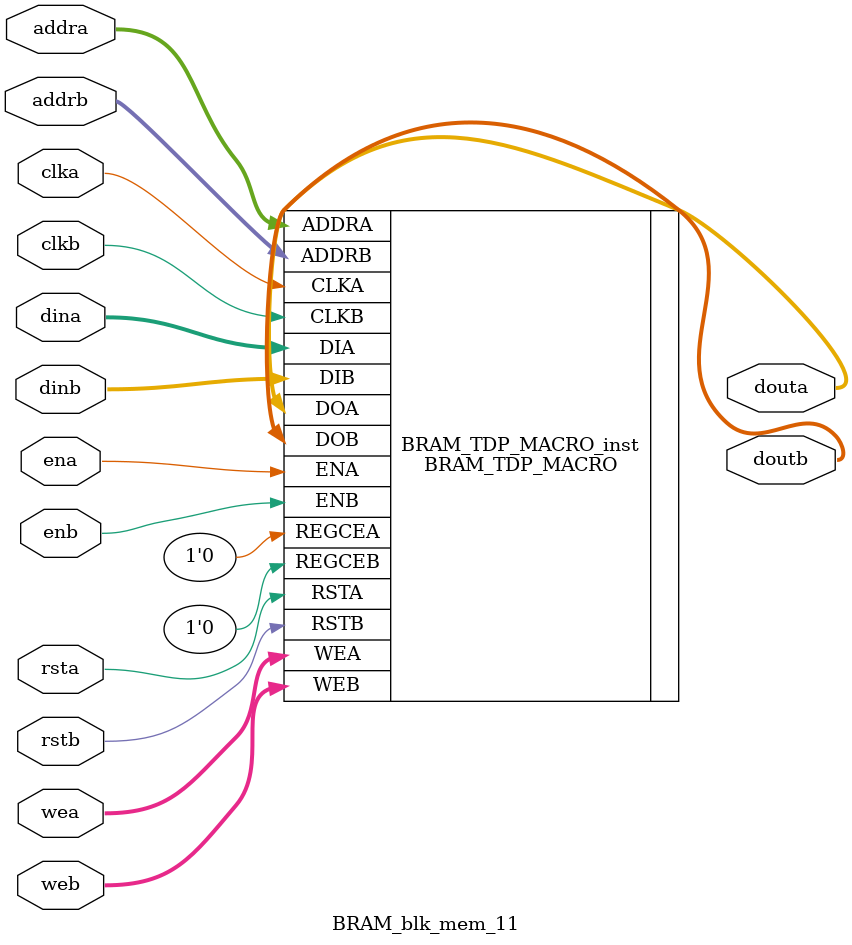
<source format=v>
`timescale 1ns/1ps

module BRAM_blk_mem_11 (
  clka,
  ena,
  wea,
  addra,
  dina,
  douta,
  rsta,
  clkb,
  enb,
  web,
  addrb,
  dinb,
  doutb,
  rstb
);


input wire clka;
input wire clkb;

input wire ena;
input wire enb;

input wire rsta;
input wire rstb;

input wire [3 : 0] wea;
input wire [3 : 0] web;

input wire [9 : 0] addra;
input wire [9 : 0] addrb;

input wire [31 : 0] dina;
input wire [31 : 0] dinb;

output wire [31 : 0] douta;
output wire [31 : 0] doutb;


// BRAM_TDP_MACRO : In order to incorporate this function into the design,
//   Verilog   : the following instance declaration needs to be placed
//  instance   : in the body of the design code.  The instance name
// declaration : (BRAM_TDP_MACRO_inst) and/or the port declarations within the
//    code     : parenthesis may be changed to properly reference and
//             : connect this function to the design.  All inputs
//             : and outputs must be connected.

//  <-----Cut code below this line---->

   // BRAM_TDP_MACRO: True Dual Port RAM
   //                 Virtex-7
   // Xilinx HDL Language Template, version 2016.4
   
   //////////////////////////////////////////////////////////////////////////
   // DATA_WIDTH_A/B | BRAM_SIZE | RAM Depth | ADDRA/B Width | WEA/B Width //
   // ===============|===========|===========|===============|=============//
   //     19-36      |  "36Kb"   |    1024   |    10-bit     |    4-bit    //
   //     10-18      |  "36Kb"   |    2048   |    11-bit     |    2-bit    //
   //     10-18      |  "18Kb"   |    1024   |    10-bit     |    2-bit    //
   //      5-9       |  "36Kb"   |    4096   |    12-bit     |    1-bit    //
   //      5-9       |  "18Kb"   |    2048   |    11-bit     |    1-bit    //
   //      3-4       |  "36Kb"   |    8192   |    13-bit     |    1-bit    //
   //      3-4       |  "18Kb"   |    4096   |    12-bit     |    1-bit    //
   //        2       |  "36Kb"   |   16384   |    14-bit     |    1-bit    //
   //        2       |  "18Kb"   |    8192   |    13-bit     |    1-bit    //
   //        1       |  "36Kb"   |   32768   |    15-bit     |    1-bit    //
   //        1       |  "18Kb"   |   16384   |    14-bit     |    1-bit    //
   //////////////////////////////////////////////////////////////////////////

   BRAM_TDP_MACRO #(
      .BRAM_SIZE("36Kb"), // Target BRAM: "18Kb" or "36Kb" 
      .DEVICE("7SERIES"), // Target device: "7SERIES" 
      .DOA_REG(0),        // Optional port A output register (0 or 1)
      .DOB_REG(0),        // Optional port B output register (0 or 1)
      .INIT_A(36'h00000000),  // Initial values on port A output port
      .INIT_B(36'h00000000), // Initial values on port B output port
      .INIT_FILE ("weight_11.mem"),
      .READ_WIDTH_A (32),   // Valid values are 1-36 (19-36 only valid when BRAM_SIZE="36Kb")
      .READ_WIDTH_B (32),   // Valid values are 1-36 (19-36 only valid when BRAM_SIZE="36Kb")
      .SIM_COLLISION_CHECK ("ALL"), // Collision check enable "ALL", "WARNING_ONLY", 
                                    //   "GENERATE_X_ONLY" or "NONE" 
      .SRVAL_A(36'h00000000), // Set/Reset value for port A output
      .SRVAL_B(36'h00000000), // Set/Reset value for port B output
      .WRITE_MODE_A("WRITE_FIRST"), // "WRITE_FIRST", "READ_FIRST", or "NO_CHANGE" 
      .WRITE_MODE_B("WRITE_FIRST"), // "WRITE_FIRST", "READ_FIRST", or "NO_CHANGE" 
      .WRITE_WIDTH_A(32), // Valid values are 1-36 (19-36 only valid when BRAM_SIZE="36Kb")
      .WRITE_WIDTH_B(32), // Valid values are 1-36 (19-36 only valid when BRAM_SIZE="36Kb")
      .INIT_00(256'h0000000000000000000000000000000000000000000000000000000000000000),
      .INIT_01(256'h0000000000000000000000000000000000000000000000000000000000000000),
      .INIT_02(256'h0000000000000000000000000000000000000000000000000000000000000000),
      .INIT_03(256'h0000000000000000000000000000000000000000000000000000000000000000),
      .INIT_04(256'h0000000000000000000000000000000000000000000000000000000000000000),
      .INIT_05(256'h0000000000000000000000000000000000000000000000000000000000000000),
      .INIT_06(256'h0000000000000000000000000000000000000000000000000000000000000000),
      .INIT_07(256'h0000000000000000000000000000000000000000000000000000000000000000),
      .INIT_08(256'h0000000000000000000000000000000000000000000000000000000000000000),
      .INIT_09(256'h0000000000000000000000000000000000000000000000000000000000000000),
      .INIT_0A(256'h0000000000000000000000000000000000000000000000000000000000000000),
      .INIT_0B(256'h0000000000000000000000000000000000000000000000000000000000000000),
      .INIT_0C(256'h0000000000000000000000000000000000000000000000000000000000000000),
      .INIT_0D(256'h0000000000000000000000000000000000000000000000000000000000000000),
      .INIT_0E(256'h0000000000000000000000000000000000000000000000000000000000000000),
      .INIT_0F(256'h0000000000000000000000000000000000000000000000000000000000000000),
      .INIT_10(256'h0000000000000000000000000000000000000000000000000000000000000000),
      .INIT_11(256'h0000000000000000000000000000000000000000000000000000000000000000),
      .INIT_12(256'h0000000000000000000000000000000000000000000000000000000000000000),
      .INIT_13(256'h0000000000000000000000000000000000000000000000000000000000000000),
      .INIT_14(256'h0000000000000000000000000000000000000000000000000000000000000000),
      .INIT_15(256'h0000000000000000000000000000000000000000000000000000000000000000),
      .INIT_16(256'h0000000000000000000000000000000000000000000000000000000000000000),
      .INIT_17(256'h0000000000000000000000000000000000000000000000000000000000000000),
      .INIT_18(256'h0000000000000000000000000000000000000000000000000000000000000000),
      .INIT_19(256'h0000000000000000000000000000000000000000000000000000000000000000),
      .INIT_1A(256'h0000000000000000000000000000000000000000000000000000000000000000),
      .INIT_1B(256'h0000000000000000000000000000000000000000000000000000000000000000),
      .INIT_1C(256'h0000000000000000000000000000000000000000000000000000000000000000),
      .INIT_1D(256'h0000000000000000000000000000000000000000000000000000000000000000),
      .INIT_1E(256'h0000000000000000000000000000000000000000000000000000000000000000),
      .INIT_1F(256'h0000000000000000000000000000000000000000000000000000000000000000),
      .INIT_20(256'h0000000000000000000000000000000000000000000000000000000000000000),
      .INIT_21(256'h0000000000000000000000000000000000000000000000000000000000000000),
      .INIT_22(256'h0000000000000000000000000000000000000000000000000000000000000000),
      .INIT_23(256'h0000000000000000000000000000000000000000000000000000000000000000),
      .INIT_24(256'h0000000000000000000000000000000000000000000000000000000000000000),
      .INIT_25(256'h0000000000000000000000000000000000000000000000000000000000000000),
      .INIT_26(256'h0000000000000000000000000000000000000000000000000000000000000000),
      .INIT_27(256'h0000000000000000000000000000000000000000000000000000000000000000),
      .INIT_28(256'h0000000000000000000000000000000000000000000000000000000000000000),
      .INIT_29(256'h0000000000000000000000000000000000000000000000000000000000000000),
      .INIT_2A(256'h0000000000000000000000000000000000000000000000000000000000000000),
      .INIT_2B(256'h0000000000000000000000000000000000000000000000000000000000000000),
      .INIT_2C(256'h0000000000000000000000000000000000000000000000000000000000000000),
      .INIT_2D(256'h0000000000000000000000000000000000000000000000000000000000000000),
      .INIT_2E(256'h0000000000000000000000000000000000000000000000000000000000000000),
      .INIT_2F(256'h0000000000000000000000000000000000000000000000000000000000000000),
      .INIT_30(256'h0000000000000000000000000000000000000000000000000000000000000000),
      .INIT_31(256'h0000000000000000000000000000000000000000000000000000000000000000),
      .INIT_32(256'h0000000000000000000000000000000000000000000000000000000000000000),
      .INIT_33(256'h0000000000000000000000000000000000000000000000000000000000000000),
      .INIT_34(256'h0000000000000000000000000000000000000000000000000000000000000000),
      .INIT_35(256'h0000000000000000000000000000000000000000000000000000000000000000),
      .INIT_36(256'h0000000000000000000000000000000000000000000000000000000000000000),
      .INIT_37(256'h0000000000000000000000000000000000000000000000000000000000000000),
      .INIT_38(256'h0000000000000000000000000000000000000000000000000000000000000000),
      .INIT_39(256'h0000000000000000000000000000000000000000000000000000000000000000),
      .INIT_3A(256'h0000000000000000000000000000000000000000000000000000000000000000),
      .INIT_3B(256'h0000000000000000000000000000000000000000000000000000000000000000),
      .INIT_3C(256'h0000000000000000000000000000000000000000000000000000000000000000),
      .INIT_3D(256'h0000000000000000000000000000000000000000000000000000000000000000),
      .INIT_3E(256'h0000000000000000000000000000000000000000000000000000000000000000),
      .INIT_3F(256'h0000000000000000000000000000000000000000000000000000000000000000),
      
      // The next set of INIT_xx are valid when configured as 36Kb
      .INIT_40(256'h0000000000000000000000000000000000000000000000000000000000000000),
      .INIT_41(256'h0000000000000000000000000000000000000000000000000000000000000000),
      .INIT_42(256'h0000000000000000000000000000000000000000000000000000000000000000),
      .INIT_43(256'h0000000000000000000000000000000000000000000000000000000000000000),
      .INIT_44(256'h0000000000000000000000000000000000000000000000000000000000000000),
      .INIT_45(256'h0000000000000000000000000000000000000000000000000000000000000000),
      .INIT_46(256'h0000000000000000000000000000000000000000000000000000000000000000),
      .INIT_47(256'h0000000000000000000000000000000000000000000000000000000000000000),
      .INIT_48(256'h0000000000000000000000000000000000000000000000000000000000000000),
      .INIT_49(256'h0000000000000000000000000000000000000000000000000000000000000000),
      .INIT_4A(256'h0000000000000000000000000000000000000000000000000000000000000000),
      .INIT_4B(256'h0000000000000000000000000000000000000000000000000000000000000000),
      .INIT_4C(256'h0000000000000000000000000000000000000000000000000000000000000000),
      .INIT_4D(256'h0000000000000000000000000000000000000000000000000000000000000000),
      .INIT_4E(256'h0000000000000000000000000000000000000000000000000000000000000000),
      .INIT_4F(256'h0000000000000000000000000000000000000000000000000000000000000000),
      .INIT_50(256'h0000000000000000000000000000000000000000000000000000000000000000),
      .INIT_51(256'h0000000000000000000000000000000000000000000000000000000000000000),
      .INIT_52(256'h0000000000000000000000000000000000000000000000000000000000000000),
      .INIT_53(256'h0000000000000000000000000000000000000000000000000000000000000000),
      .INIT_54(256'h0000000000000000000000000000000000000000000000000000000000000000),
      .INIT_55(256'h0000000000000000000000000000000000000000000000000000000000000000),
      .INIT_56(256'h0000000000000000000000000000000000000000000000000000000000000000),
      .INIT_57(256'h0000000000000000000000000000000000000000000000000000000000000000),
      .INIT_58(256'h0000000000000000000000000000000000000000000000000000000000000000),
      .INIT_59(256'h0000000000000000000000000000000000000000000000000000000000000000),
      .INIT_5A(256'h0000000000000000000000000000000000000000000000000000000000000000),
      .INIT_5B(256'h0000000000000000000000000000000000000000000000000000000000000000),
      .INIT_5C(256'h0000000000000000000000000000000000000000000000000000000000000000),
      .INIT_5D(256'h0000000000000000000000000000000000000000000000000000000000000000),
      .INIT_5E(256'h0000000000000000000000000000000000000000000000000000000000000000),
      .INIT_5F(256'h0000000000000000000000000000000000000000000000000000000000000000),
      .INIT_60(256'h0000000000000000000000000000000000000000000000000000000000000000),
      .INIT_61(256'h0000000000000000000000000000000000000000000000000000000000000000),
      .INIT_62(256'h0000000000000000000000000000000000000000000000000000000000000000),
      .INIT_63(256'h0000000000000000000000000000000000000000000000000000000000000000),
      .INIT_64(256'h0000000000000000000000000000000000000000000000000000000000000000),
      .INIT_65(256'h0000000000000000000000000000000000000000000000000000000000000000),
      .INIT_66(256'h0000000000000000000000000000000000000000000000000000000000000000),
      .INIT_67(256'h0000000000000000000000000000000000000000000000000000000000000000),
      .INIT_68(256'h0000000000000000000000000000000000000000000000000000000000000000),
      .INIT_69(256'h0000000000000000000000000000000000000000000000000000000000000000),
      .INIT_6A(256'h0000000000000000000000000000000000000000000000000000000000000000),
      .INIT_6B(256'h0000000000000000000000000000000000000000000000000000000000000000),
      .INIT_6C(256'h0000000000000000000000000000000000000000000000000000000000000000),
      .INIT_6D(256'h0000000000000000000000000000000000000000000000000000000000000000),
      .INIT_6E(256'h0000000000000000000000000000000000000000000000000000000000000000),
      .INIT_6F(256'h0000000000000000000000000000000000000000000000000000000000000000),
      .INIT_70(256'h0000000000000000000000000000000000000000000000000000000000000000),
      .INIT_71(256'h0000000000000000000000000000000000000000000000000000000000000000),
      .INIT_72(256'h0000000000000000000000000000000000000000000000000000000000000000),
      .INIT_73(256'h0000000000000000000000000000000000000000000000000000000000000000),
      .INIT_74(256'h0000000000000000000000000000000000000000000000000000000000000000),
      .INIT_75(256'h0000000000000000000000000000000000000000000000000000000000000000),
      .INIT_76(256'h0000000000000000000000000000000000000000000000000000000000000000),
      .INIT_77(256'h0000000000000000000000000000000000000000000000000000000000000000),
      .INIT_78(256'h0000000000000000000000000000000000000000000000000000000000000000),
      .INIT_79(256'h0000000000000000000000000000000000000000000000000000000000000000),
      .INIT_7A(256'h0000000000000000000000000000000000000000000000000000000000000000),
      .INIT_7B(256'h0000000000000000000000000000000000000000000000000000000000000000),
      .INIT_7C(256'h0000000000000000000000000000000000000000000000000000000000000000),
      .INIT_7D(256'h0000000000000000000000000000000000000000000000000000000000000000),
      .INIT_7E(256'h0000000000000000000000000000000000000000000000000000000000000000),
      .INIT_7F(256'h0000000000000000000000000000000000000000000000000000000000000000),
     
      // The next set of INITP_xx are for the parity bits
      //.INIT_FF(256'h0000000000000000000000000000000000000000000000000000000000000000),
      .INITP_00(256'h0000000000000000000000000000000000000000000000000000000000000000),
      .INITP_01(256'h0000000000000000000000000000000000000000000000000000000000000000),
      .INITP_02(256'h0000000000000000000000000000000000000000000000000000000000000000),
      .INITP_03(256'h0000000000000000000000000000000000000000000000000000000000000000),
      .INITP_04(256'h0000000000000000000000000000000000000000000000000000000000000000),
      .INITP_05(256'h0000000000000000000000000000000000000000000000000000000000000000),
      .INITP_06(256'h0000000000000000000000000000000000000000000000000000000000000000),
      .INITP_07(256'h0000000000000000000000000000000000000000000000000000000000000000),
      
      // The next set of INITP_xx are valid when configured as 36Kb
      .INITP_08(256'h0000000000000000000000000000000000000000000000000000000000000000),
      .INITP_09(256'h0000000000000000000000000000000000000000000000000000000000000000),
      .INITP_0A(256'h0000000000000000000000000000000000000000000000000000000000000000),
      .INITP_0B(256'h0000000000000000000000000000000000000000000000000000000000000000),
      .INITP_0C(256'h0000000000000000000000000000000000000000000000000000000000000000),
      .INITP_0D(256'h0000000000000000000000000000000000000000000000000000000000000000),
      .INITP_0E(256'h0000000000000000000000000000000000000000000000000000000000000000),
      .INITP_0F(256'h0000000000000000000000000000000000000000000000000000000000000000)
   ) BRAM_TDP_MACRO_inst (
      .DOA(douta),       // Output port-A data, width defined by READ_WIDTH_A parameter
      .DOB(doutb),       // Output port-B data, width defined by READ_WIDTH_B parameter
      .ADDRA(addra),   // Input port-A address, width defined by Port A depth
      .ADDRB(addrb),   // Input port-B address, width defined by Port B depth
      .CLKA(clka),     // 1-bit input port-A clock
      .CLKB(clkb),     // 1-bit input port-B clock
      .DIA(dina),       // Input port-A data, width defined by WRITE_WIDTH_A parameter
      .DIB(dinb),       // Input port-B data, width defined by WRITE_WIDTH_B parameter
      .ENA(ena),       // 1-bit input port-A enable
      .ENB(enb),       // 1-bit input port-B enable
      .REGCEA(1'D0), // 1-bit input port-A output register enable
      .REGCEB(1'D0), // 1-bit input port-B output register enable
      .RSTA(rsta),     // 1-bit input port-A reset
      .RSTB(rstb),     // 1-bit input port-B reset
      .WEA(wea),       // Input port-A write enable, width defined by Port A depth
      .WEB(web)        // Input port-B write enable, width defined by Port B depth
   );

   // End of BRAM_TDP_MACRO_inst instantiation
				
endmodule
</source>
